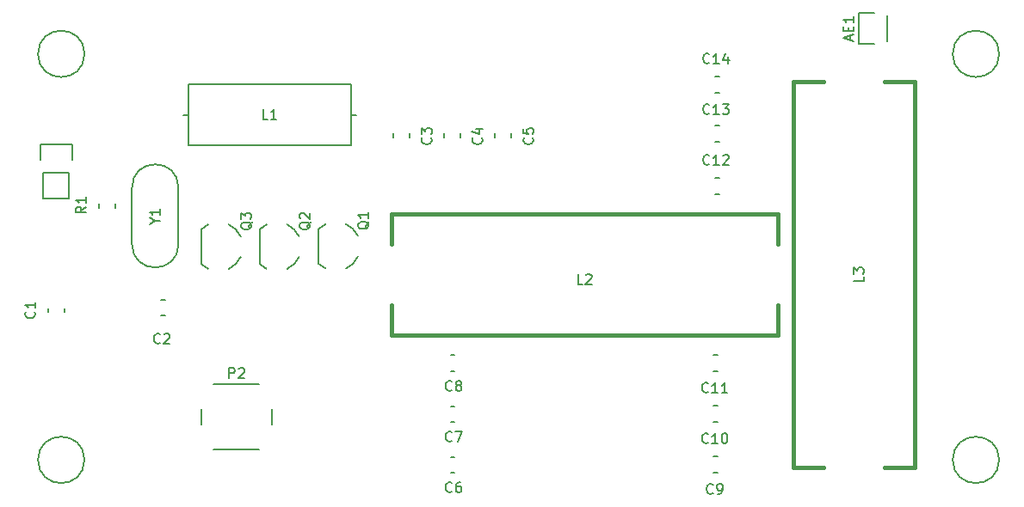
<source format=gbr>
G04 #@! TF.FileFunction,Legend,Top*
%FSLAX46Y46*%
G04 Gerber Fmt 4.6, Leading zero omitted, Abs format (unit mm)*
G04 Created by KiCad (PCBNEW 4.0.5+dfsg1-4) date Thu Mar 15 19:33:26 2018*
%MOMM*%
%LPD*%
G01*
G04 APERTURE LIST*
%ADD10C,0.100000*%
%ADD11C,0.150000*%
%ADD12C,0.410000*%
G04 APERTURE END LIST*
D10*
D11*
X57286000Y-80000000D02*
G75*
G03X57286000Y-80000000I-2286000J0D01*
G01*
X57286000Y-120000000D02*
G75*
G03X57286000Y-120000000I-2286000J0D01*
G01*
X147286000Y-120000000D02*
G75*
G03X147286000Y-120000000I-2286000J0D01*
G01*
X133450000Y-75950000D02*
X135000000Y-75950000D01*
X135000000Y-79050000D02*
X133450000Y-79050000D01*
X133450000Y-79050000D02*
X133450000Y-75950000D01*
X136270000Y-78770000D02*
X136270000Y-76230000D01*
X55770000Y-91730000D02*
X55770000Y-94270000D01*
X56050000Y-88910000D02*
X56050000Y-90460000D01*
X55770000Y-91730000D02*
X53230000Y-91730000D01*
X52950000Y-90460000D02*
X52950000Y-88910000D01*
X52950000Y-88910000D02*
X56050000Y-88910000D01*
X53230000Y-91730000D02*
X53230000Y-94270000D01*
X53230000Y-94270000D02*
X55770000Y-94270000D01*
X66536000Y-93166000D02*
G75*
G03X61964000Y-93166000I-2286000J0D01*
G01*
X61964000Y-98754000D02*
G75*
G03X66536000Y-98754000I2286000J0D01*
G01*
X66536000Y-98754000D02*
X66536000Y-93166000D01*
X61964000Y-98754000D02*
X61964000Y-93166000D01*
X83501020Y-86000000D02*
X83998860Y-86000000D01*
X67499020Y-86000000D02*
X67001180Y-86000000D01*
X67499020Y-83000260D02*
X67499020Y-88999740D01*
X67499020Y-88999740D02*
X83501020Y-88999740D01*
X83501020Y-88999740D02*
X83501020Y-83000260D01*
X83501020Y-83000260D02*
X67499020Y-83000260D01*
X147286000Y-80000000D02*
G75*
G03X147286000Y-80000000I-2286000J0D01*
G01*
X53699900Y-105250000D02*
X53699900Y-105450660D01*
X53699900Y-105250000D02*
X53699900Y-105049340D01*
X55300100Y-105150940D02*
X55300100Y-105049340D01*
X55300100Y-105049340D02*
X55300100Y-105450660D01*
X65001260Y-104199900D02*
X64800600Y-104199900D01*
X65001260Y-104199900D02*
X65201920Y-104199900D01*
X65100320Y-105800100D02*
X65201920Y-105800100D01*
X65201920Y-105800100D02*
X64800600Y-105800100D01*
X87699900Y-88001260D02*
X87699900Y-88201920D01*
X87699900Y-88001260D02*
X87699900Y-87800600D01*
X89300100Y-87902200D02*
X89300100Y-87800600D01*
X89300100Y-87800600D02*
X89300100Y-88201920D01*
X92699900Y-88001260D02*
X92699900Y-88201920D01*
X92699900Y-88001260D02*
X92699900Y-87800600D01*
X94300100Y-87902200D02*
X94300100Y-87800600D01*
X94300100Y-87800600D02*
X94300100Y-88201920D01*
X97699900Y-88001260D02*
X97699900Y-88201920D01*
X97699900Y-88001260D02*
X97699900Y-87800600D01*
X99300100Y-87902200D02*
X99300100Y-87800600D01*
X99300100Y-87800600D02*
X99300100Y-88201920D01*
X93501260Y-121300100D02*
X93701920Y-121300100D01*
X93501260Y-121300100D02*
X93300600Y-121300100D01*
X93402200Y-119699900D02*
X93300600Y-119699900D01*
X93300600Y-119699900D02*
X93701920Y-119699900D01*
X93501260Y-116300100D02*
X93701920Y-116300100D01*
X93501260Y-116300100D02*
X93300600Y-116300100D01*
X93402200Y-114699900D02*
X93300600Y-114699900D01*
X93300600Y-114699900D02*
X93701920Y-114699900D01*
X93501260Y-111300100D02*
X93701920Y-111300100D01*
X93501260Y-111300100D02*
X93300600Y-111300100D01*
X93402200Y-109699900D02*
X93300600Y-109699900D01*
X93300600Y-109699900D02*
X93701920Y-109699900D01*
X119389885Y-119627261D02*
X119189225Y-119627261D01*
X119389885Y-119627261D02*
X119590545Y-119627261D01*
X119488945Y-121227461D02*
X119590545Y-121227461D01*
X119590545Y-121227461D02*
X119189225Y-121227461D01*
X119389885Y-114627261D02*
X119189225Y-114627261D01*
X119389885Y-114627261D02*
X119590545Y-114627261D01*
X119488945Y-116227461D02*
X119590545Y-116227461D01*
X119590545Y-116227461D02*
X119189225Y-116227461D01*
X119389885Y-109627261D02*
X119189225Y-109627261D01*
X119389885Y-109627261D02*
X119590545Y-109627261D01*
X119488945Y-111227461D02*
X119590545Y-111227461D01*
X119590545Y-111227461D02*
X119189225Y-111227461D01*
X119521867Y-92199900D02*
X119321207Y-92199900D01*
X119521867Y-92199900D02*
X119722527Y-92199900D01*
X119620927Y-93800100D02*
X119722527Y-93800100D01*
X119722527Y-93800100D02*
X119321207Y-93800100D01*
X119521867Y-87025732D02*
X119321207Y-87025732D01*
X119521867Y-87025732D02*
X119722527Y-87025732D01*
X119620927Y-88625932D02*
X119722527Y-88625932D01*
X119722527Y-88625932D02*
X119321207Y-88625932D01*
X119521867Y-82199900D02*
X119321207Y-82199900D01*
X119521867Y-82199900D02*
X119722527Y-82199900D01*
X119620927Y-83800100D02*
X119722527Y-83800100D01*
X119722527Y-83800100D02*
X119321207Y-83800100D01*
X70000000Y-119000000D02*
X74500000Y-119000000D01*
X68750000Y-115000000D02*
X68750000Y-116500000D01*
X74500000Y-112500000D02*
X70000000Y-112500000D01*
X75750000Y-116500000D02*
X75750000Y-115000000D01*
X84200000Y-97960000D02*
G75*
G03X83000000Y-96760000I-2200000J-1000000D01*
G01*
X84200000Y-99959999D02*
G75*
G02X83000000Y-101160000I-2200000J999999D01*
G01*
X81003010Y-96772305D02*
G75*
G03X80300000Y-97260000I996990J-2187695D01*
G01*
X81003010Y-101147695D02*
G75*
G02X80300000Y-100660000I996990J2187695D01*
G01*
X80300000Y-97260000D02*
X80300000Y-100660000D01*
X60300100Y-95000000D02*
X60300100Y-94799340D01*
X60300100Y-95000000D02*
X60300100Y-95200660D01*
X58699900Y-95099060D02*
X58699900Y-95200660D01*
X58699900Y-95200660D02*
X58699900Y-94799340D01*
D12*
X139000000Y-82750000D02*
X136000000Y-82750000D01*
X139000000Y-120750000D02*
X139000000Y-82750000D01*
X136000000Y-120750000D02*
X139000000Y-120750000D01*
X127000000Y-120750000D02*
X130000000Y-120750000D01*
X127000000Y-82750000D02*
X127000000Y-120750000D01*
X130000000Y-82750000D02*
X127000000Y-82750000D01*
X125500000Y-107750000D02*
X125500000Y-104750000D01*
X87500000Y-107750000D02*
X125500000Y-107750000D01*
X87500000Y-104750000D02*
X87500000Y-107750000D01*
X87500000Y-95750000D02*
X87500000Y-98750000D01*
X125500000Y-95750000D02*
X87500000Y-95750000D01*
X125500000Y-98750000D02*
X125500000Y-95750000D01*
D11*
X78410000Y-98000000D02*
G75*
G03X77210000Y-96800000I-2200000J-1000000D01*
G01*
X78410000Y-99999999D02*
G75*
G02X77210000Y-101200000I-2200000J999999D01*
G01*
X75213010Y-96812305D02*
G75*
G03X74510000Y-97300000I996990J-2187695D01*
G01*
X75213010Y-101187695D02*
G75*
G02X74510000Y-100700000I996990J2187695D01*
G01*
X74510000Y-97300000D02*
X74510000Y-100700000D01*
X72660000Y-98000000D02*
G75*
G03X71460000Y-96800000I-2200000J-1000000D01*
G01*
X72660000Y-99999999D02*
G75*
G02X71460000Y-101200000I-2200000J999999D01*
G01*
X69463010Y-96812305D02*
G75*
G03X68760000Y-97300000I996990J-2187695D01*
G01*
X69463010Y-101187695D02*
G75*
G02X68760000Y-100700000I996990J2187695D01*
G01*
X68760000Y-97300000D02*
X68760000Y-100700000D01*
X132666667Y-78666667D02*
X132666667Y-78190476D01*
X132952381Y-78761905D02*
X131952381Y-78428572D01*
X132952381Y-78095238D01*
X132428571Y-77761905D02*
X132428571Y-77428571D01*
X132952381Y-77285714D02*
X132952381Y-77761905D01*
X131952381Y-77761905D01*
X131952381Y-77285714D01*
X132952381Y-76333333D02*
X132952381Y-76904762D01*
X132952381Y-76619048D02*
X131952381Y-76619048D01*
X132095238Y-76714286D01*
X132190476Y-76809524D01*
X132238095Y-76904762D01*
X64226190Y-96476191D02*
X64702381Y-96476191D01*
X63702381Y-96809524D02*
X64226190Y-96476191D01*
X63702381Y-96142857D01*
X64702381Y-95285714D02*
X64702381Y-95857143D01*
X64702381Y-95571429D02*
X63702381Y-95571429D01*
X63845238Y-95666667D01*
X63940476Y-95761905D01*
X63988095Y-95857143D01*
X75333354Y-86452381D02*
X74857163Y-86452381D01*
X74857163Y-85452381D01*
X76190497Y-86452381D02*
X75619068Y-86452381D01*
X75904782Y-86452381D02*
X75904782Y-85452381D01*
X75809544Y-85595238D01*
X75714306Y-85690476D01*
X75619068Y-85738095D01*
X52357143Y-105417926D02*
X52404762Y-105465545D01*
X52452381Y-105608402D01*
X52452381Y-105703640D01*
X52404762Y-105846498D01*
X52309524Y-105941736D01*
X52214286Y-105989355D01*
X52023810Y-106036974D01*
X51880952Y-106036974D01*
X51690476Y-105989355D01*
X51595238Y-105941736D01*
X51500000Y-105846498D01*
X51452381Y-105703640D01*
X51452381Y-105608402D01*
X51500000Y-105465545D01*
X51547619Y-105417926D01*
X52452381Y-104465545D02*
X52452381Y-105036974D01*
X52452381Y-104751260D02*
X51452381Y-104751260D01*
X51595238Y-104846498D01*
X51690476Y-104941736D01*
X51738095Y-105036974D01*
X64735534Y-108455943D02*
X64687915Y-108503562D01*
X64545058Y-108551181D01*
X64449820Y-108551181D01*
X64306962Y-108503562D01*
X64211724Y-108408324D01*
X64164105Y-108313086D01*
X64116486Y-108122610D01*
X64116486Y-107979752D01*
X64164105Y-107789276D01*
X64211724Y-107694038D01*
X64306962Y-107598800D01*
X64449820Y-107551181D01*
X64545058Y-107551181D01*
X64687915Y-107598800D01*
X64735534Y-107646419D01*
X65116486Y-107646419D02*
X65164105Y-107598800D01*
X65259343Y-107551181D01*
X65497439Y-107551181D01*
X65592677Y-107598800D01*
X65640296Y-107646419D01*
X65687915Y-107741657D01*
X65687915Y-107836895D01*
X65640296Y-107979752D01*
X65068867Y-108551181D01*
X65687915Y-108551181D01*
X91357143Y-88266986D02*
X91404762Y-88314605D01*
X91452381Y-88457462D01*
X91452381Y-88552700D01*
X91404762Y-88695558D01*
X91309524Y-88790796D01*
X91214286Y-88838415D01*
X91023810Y-88886034D01*
X90880952Y-88886034D01*
X90690476Y-88838415D01*
X90595238Y-88790796D01*
X90500000Y-88695558D01*
X90452381Y-88552700D01*
X90452381Y-88457462D01*
X90500000Y-88314605D01*
X90547619Y-88266986D01*
X90452381Y-87933653D02*
X90452381Y-87314605D01*
X90833333Y-87647939D01*
X90833333Y-87505081D01*
X90880952Y-87409843D01*
X90928571Y-87362224D01*
X91023810Y-87314605D01*
X91261905Y-87314605D01*
X91357143Y-87362224D01*
X91404762Y-87409843D01*
X91452381Y-87505081D01*
X91452381Y-87790796D01*
X91404762Y-87886034D01*
X91357143Y-87933653D01*
X96357143Y-88266986D02*
X96404762Y-88314605D01*
X96452381Y-88457462D01*
X96452381Y-88552700D01*
X96404762Y-88695558D01*
X96309524Y-88790796D01*
X96214286Y-88838415D01*
X96023810Y-88886034D01*
X95880952Y-88886034D01*
X95690476Y-88838415D01*
X95595238Y-88790796D01*
X95500000Y-88695558D01*
X95452381Y-88552700D01*
X95452381Y-88457462D01*
X95500000Y-88314605D01*
X95547619Y-88266986D01*
X95785714Y-87409843D02*
X96452381Y-87409843D01*
X95404762Y-87647939D02*
X96119048Y-87886034D01*
X96119048Y-87266986D01*
X101357143Y-88266986D02*
X101404762Y-88314605D01*
X101452381Y-88457462D01*
X101452381Y-88552700D01*
X101404762Y-88695558D01*
X101309524Y-88790796D01*
X101214286Y-88838415D01*
X101023810Y-88886034D01*
X100880952Y-88886034D01*
X100690476Y-88838415D01*
X100595238Y-88790796D01*
X100500000Y-88695558D01*
X100452381Y-88552700D01*
X100452381Y-88457462D01*
X100500000Y-88314605D01*
X100547619Y-88266986D01*
X100452381Y-87362224D02*
X100452381Y-87838415D01*
X100928571Y-87886034D01*
X100880952Y-87838415D01*
X100833333Y-87743177D01*
X100833333Y-87505081D01*
X100880952Y-87409843D01*
X100928571Y-87362224D01*
X101023810Y-87314605D01*
X101261905Y-87314605D01*
X101357143Y-87362224D01*
X101404762Y-87409843D01*
X101452381Y-87505081D01*
X101452381Y-87743177D01*
X101404762Y-87838415D01*
X101357143Y-87886034D01*
X93433654Y-123107143D02*
X93386035Y-123154762D01*
X93243178Y-123202381D01*
X93147940Y-123202381D01*
X93005082Y-123154762D01*
X92909844Y-123059524D01*
X92862225Y-122964286D01*
X92814606Y-122773810D01*
X92814606Y-122630952D01*
X92862225Y-122440476D01*
X92909844Y-122345238D01*
X93005082Y-122250000D01*
X93147940Y-122202381D01*
X93243178Y-122202381D01*
X93386035Y-122250000D01*
X93433654Y-122297619D01*
X94290797Y-122202381D02*
X94100320Y-122202381D01*
X94005082Y-122250000D01*
X93957463Y-122297619D01*
X93862225Y-122440476D01*
X93814606Y-122630952D01*
X93814606Y-123011905D01*
X93862225Y-123107143D01*
X93909844Y-123154762D01*
X94005082Y-123202381D01*
X94195559Y-123202381D01*
X94290797Y-123154762D01*
X94338416Y-123107143D01*
X94386035Y-123011905D01*
X94386035Y-122773810D01*
X94338416Y-122678571D01*
X94290797Y-122630952D01*
X94195559Y-122583333D01*
X94005082Y-122583333D01*
X93909844Y-122630952D01*
X93862225Y-122678571D01*
X93814606Y-122773810D01*
X93433654Y-118107143D02*
X93386035Y-118154762D01*
X93243178Y-118202381D01*
X93147940Y-118202381D01*
X93005082Y-118154762D01*
X92909844Y-118059524D01*
X92862225Y-117964286D01*
X92814606Y-117773810D01*
X92814606Y-117630952D01*
X92862225Y-117440476D01*
X92909844Y-117345238D01*
X93005082Y-117250000D01*
X93147940Y-117202381D01*
X93243178Y-117202381D01*
X93386035Y-117250000D01*
X93433654Y-117297619D01*
X93766987Y-117202381D02*
X94433654Y-117202381D01*
X94005082Y-118202381D01*
X93433654Y-113107143D02*
X93386035Y-113154762D01*
X93243178Y-113202381D01*
X93147940Y-113202381D01*
X93005082Y-113154762D01*
X92909844Y-113059524D01*
X92862225Y-112964286D01*
X92814606Y-112773810D01*
X92814606Y-112630952D01*
X92862225Y-112440476D01*
X92909844Y-112345238D01*
X93005082Y-112250000D01*
X93147940Y-112202381D01*
X93243178Y-112202381D01*
X93386035Y-112250000D01*
X93433654Y-112297619D01*
X94005082Y-112630952D02*
X93909844Y-112583333D01*
X93862225Y-112535714D01*
X93814606Y-112440476D01*
X93814606Y-112392857D01*
X93862225Y-112297619D01*
X93909844Y-112250000D01*
X94005082Y-112202381D01*
X94195559Y-112202381D01*
X94290797Y-112250000D01*
X94338416Y-112297619D01*
X94386035Y-112392857D01*
X94386035Y-112440476D01*
X94338416Y-112535714D01*
X94290797Y-112583333D01*
X94195559Y-112630952D01*
X94005082Y-112630952D01*
X93909844Y-112678571D01*
X93862225Y-112726190D01*
X93814606Y-112821429D01*
X93814606Y-113011905D01*
X93862225Y-113107143D01*
X93909844Y-113154762D01*
X94005082Y-113202381D01*
X94195559Y-113202381D01*
X94290797Y-113154762D01*
X94338416Y-113107143D01*
X94386035Y-113011905D01*
X94386035Y-112821429D01*
X94338416Y-112726190D01*
X94290797Y-112678571D01*
X94195559Y-112630952D01*
X119124159Y-123284504D02*
X119076540Y-123332123D01*
X118933683Y-123379742D01*
X118838445Y-123379742D01*
X118695587Y-123332123D01*
X118600349Y-123236885D01*
X118552730Y-123141647D01*
X118505111Y-122951171D01*
X118505111Y-122808313D01*
X118552730Y-122617837D01*
X118600349Y-122522599D01*
X118695587Y-122427361D01*
X118838445Y-122379742D01*
X118933683Y-122379742D01*
X119076540Y-122427361D01*
X119124159Y-122474980D01*
X119600349Y-123379742D02*
X119790825Y-123379742D01*
X119886064Y-123332123D01*
X119933683Y-123284504D01*
X120028921Y-123141647D01*
X120076540Y-122951171D01*
X120076540Y-122570218D01*
X120028921Y-122474980D01*
X119981302Y-122427361D01*
X119886064Y-122379742D01*
X119695587Y-122379742D01*
X119600349Y-122427361D01*
X119552730Y-122474980D01*
X119505111Y-122570218D01*
X119505111Y-122808313D01*
X119552730Y-122903551D01*
X119600349Y-122951171D01*
X119695587Y-122998790D01*
X119886064Y-122998790D01*
X119981302Y-122951171D01*
X120028921Y-122903551D01*
X120076540Y-122808313D01*
X118647968Y-118284504D02*
X118600349Y-118332123D01*
X118457492Y-118379742D01*
X118362254Y-118379742D01*
X118219396Y-118332123D01*
X118124158Y-118236885D01*
X118076539Y-118141647D01*
X118028920Y-117951171D01*
X118028920Y-117808313D01*
X118076539Y-117617837D01*
X118124158Y-117522599D01*
X118219396Y-117427361D01*
X118362254Y-117379742D01*
X118457492Y-117379742D01*
X118600349Y-117427361D01*
X118647968Y-117474980D01*
X119600349Y-118379742D02*
X119028920Y-118379742D01*
X119314634Y-118379742D02*
X119314634Y-117379742D01*
X119219396Y-117522599D01*
X119124158Y-117617837D01*
X119028920Y-117665456D01*
X120219396Y-117379742D02*
X120314635Y-117379742D01*
X120409873Y-117427361D01*
X120457492Y-117474980D01*
X120505111Y-117570218D01*
X120552730Y-117760694D01*
X120552730Y-117998790D01*
X120505111Y-118189266D01*
X120457492Y-118284504D01*
X120409873Y-118332123D01*
X120314635Y-118379742D01*
X120219396Y-118379742D01*
X120124158Y-118332123D01*
X120076539Y-118284504D01*
X120028920Y-118189266D01*
X119981301Y-117998790D01*
X119981301Y-117760694D01*
X120028920Y-117570218D01*
X120076539Y-117474980D01*
X120124158Y-117427361D01*
X120219396Y-117379742D01*
X118647968Y-113284504D02*
X118600349Y-113332123D01*
X118457492Y-113379742D01*
X118362254Y-113379742D01*
X118219396Y-113332123D01*
X118124158Y-113236885D01*
X118076539Y-113141647D01*
X118028920Y-112951171D01*
X118028920Y-112808313D01*
X118076539Y-112617837D01*
X118124158Y-112522599D01*
X118219396Y-112427361D01*
X118362254Y-112379742D01*
X118457492Y-112379742D01*
X118600349Y-112427361D01*
X118647968Y-112474980D01*
X119600349Y-113379742D02*
X119028920Y-113379742D01*
X119314634Y-113379742D02*
X119314634Y-112379742D01*
X119219396Y-112522599D01*
X119124158Y-112617837D01*
X119028920Y-112665456D01*
X120552730Y-113379742D02*
X119981301Y-113379742D01*
X120267015Y-113379742D02*
X120267015Y-112379742D01*
X120171777Y-112522599D01*
X120076539Y-112617837D01*
X119981301Y-112665456D01*
X118779950Y-90857143D02*
X118732331Y-90904762D01*
X118589474Y-90952381D01*
X118494236Y-90952381D01*
X118351378Y-90904762D01*
X118256140Y-90809524D01*
X118208521Y-90714286D01*
X118160902Y-90523810D01*
X118160902Y-90380952D01*
X118208521Y-90190476D01*
X118256140Y-90095238D01*
X118351378Y-90000000D01*
X118494236Y-89952381D01*
X118589474Y-89952381D01*
X118732331Y-90000000D01*
X118779950Y-90047619D01*
X119732331Y-90952381D02*
X119160902Y-90952381D01*
X119446616Y-90952381D02*
X119446616Y-89952381D01*
X119351378Y-90095238D01*
X119256140Y-90190476D01*
X119160902Y-90238095D01*
X120113283Y-90047619D02*
X120160902Y-90000000D01*
X120256140Y-89952381D01*
X120494236Y-89952381D01*
X120589474Y-90000000D01*
X120637093Y-90047619D01*
X120684712Y-90142857D01*
X120684712Y-90238095D01*
X120637093Y-90380952D01*
X120065664Y-90952381D01*
X120684712Y-90952381D01*
X118779950Y-85857143D02*
X118732331Y-85904762D01*
X118589474Y-85952381D01*
X118494236Y-85952381D01*
X118351378Y-85904762D01*
X118256140Y-85809524D01*
X118208521Y-85714286D01*
X118160902Y-85523810D01*
X118160902Y-85380952D01*
X118208521Y-85190476D01*
X118256140Y-85095238D01*
X118351378Y-85000000D01*
X118494236Y-84952381D01*
X118589474Y-84952381D01*
X118732331Y-85000000D01*
X118779950Y-85047619D01*
X119732331Y-85952381D02*
X119160902Y-85952381D01*
X119446616Y-85952381D02*
X119446616Y-84952381D01*
X119351378Y-85095238D01*
X119256140Y-85190476D01*
X119160902Y-85238095D01*
X120065664Y-84952381D02*
X120684712Y-84952381D01*
X120351378Y-85333333D01*
X120494236Y-85333333D01*
X120589474Y-85380952D01*
X120637093Y-85428571D01*
X120684712Y-85523810D01*
X120684712Y-85761905D01*
X120637093Y-85857143D01*
X120589474Y-85904762D01*
X120494236Y-85952381D01*
X120208521Y-85952381D01*
X120113283Y-85904762D01*
X120065664Y-85857143D01*
X118779950Y-80857143D02*
X118732331Y-80904762D01*
X118589474Y-80952381D01*
X118494236Y-80952381D01*
X118351378Y-80904762D01*
X118256140Y-80809524D01*
X118208521Y-80714286D01*
X118160902Y-80523810D01*
X118160902Y-80380952D01*
X118208521Y-80190476D01*
X118256140Y-80095238D01*
X118351378Y-80000000D01*
X118494236Y-79952381D01*
X118589474Y-79952381D01*
X118732331Y-80000000D01*
X118779950Y-80047619D01*
X119732331Y-80952381D02*
X119160902Y-80952381D01*
X119446616Y-80952381D02*
X119446616Y-79952381D01*
X119351378Y-80095238D01*
X119256140Y-80190476D01*
X119160902Y-80238095D01*
X120589474Y-80285714D02*
X120589474Y-80952381D01*
X120351378Y-79904762D02*
X120113283Y-80619048D01*
X120732331Y-80619048D01*
X71511905Y-111952381D02*
X71511905Y-110952381D01*
X71892858Y-110952381D01*
X71988096Y-111000000D01*
X72035715Y-111047619D01*
X72083334Y-111142857D01*
X72083334Y-111285714D01*
X72035715Y-111380952D01*
X71988096Y-111428571D01*
X71892858Y-111476190D01*
X71511905Y-111476190D01*
X72464286Y-111047619D02*
X72511905Y-111000000D01*
X72607143Y-110952381D01*
X72845239Y-110952381D01*
X72940477Y-111000000D01*
X72988096Y-111047619D01*
X73035715Y-111142857D01*
X73035715Y-111238095D01*
X72988096Y-111380952D01*
X72416667Y-111952381D01*
X73035715Y-111952381D01*
X85297619Y-96515238D02*
X85250000Y-96610476D01*
X85154762Y-96705714D01*
X85011905Y-96848571D01*
X84964286Y-96943810D01*
X84964286Y-97039048D01*
X85202381Y-96991429D02*
X85154762Y-97086667D01*
X85059524Y-97181905D01*
X84869048Y-97229524D01*
X84535714Y-97229524D01*
X84345238Y-97181905D01*
X84250000Y-97086667D01*
X84202381Y-96991429D01*
X84202381Y-96800952D01*
X84250000Y-96705714D01*
X84345238Y-96610476D01*
X84535714Y-96562857D01*
X84869048Y-96562857D01*
X85059524Y-96610476D01*
X85154762Y-96705714D01*
X85202381Y-96800952D01*
X85202381Y-96991429D01*
X85202381Y-95610476D02*
X85202381Y-96181905D01*
X85202381Y-95896191D02*
X84202381Y-95896191D01*
X84345238Y-95991429D01*
X84440476Y-96086667D01*
X84488095Y-96181905D01*
X57452381Y-95067606D02*
X56976190Y-95400940D01*
X57452381Y-95639035D02*
X56452381Y-95639035D01*
X56452381Y-95258082D01*
X56500000Y-95162844D01*
X56547619Y-95115225D01*
X56642857Y-95067606D01*
X56785714Y-95067606D01*
X56880952Y-95115225D01*
X56928571Y-95162844D01*
X56976190Y-95258082D01*
X56976190Y-95639035D01*
X57452381Y-94115225D02*
X57452381Y-94686654D01*
X57452381Y-94400940D02*
X56452381Y-94400940D01*
X56595238Y-94496178D01*
X56690476Y-94591416D01*
X56738095Y-94686654D01*
X133952381Y-101916666D02*
X133952381Y-102392857D01*
X132952381Y-102392857D01*
X132952381Y-101678571D02*
X132952381Y-101059523D01*
X133333333Y-101392857D01*
X133333333Y-101249999D01*
X133380952Y-101154761D01*
X133428571Y-101107142D01*
X133523810Y-101059523D01*
X133761905Y-101059523D01*
X133857143Y-101107142D01*
X133904762Y-101154761D01*
X133952381Y-101249999D01*
X133952381Y-101535714D01*
X133904762Y-101630952D01*
X133857143Y-101678571D01*
X106333334Y-102702381D02*
X105857143Y-102702381D01*
X105857143Y-101702381D01*
X106619048Y-101797619D02*
X106666667Y-101750000D01*
X106761905Y-101702381D01*
X107000001Y-101702381D01*
X107095239Y-101750000D01*
X107142858Y-101797619D01*
X107190477Y-101892857D01*
X107190477Y-101988095D01*
X107142858Y-102130952D01*
X106571429Y-102702381D01*
X107190477Y-102702381D01*
X79547619Y-96555238D02*
X79500000Y-96650476D01*
X79404762Y-96745714D01*
X79261905Y-96888571D01*
X79214286Y-96983810D01*
X79214286Y-97079048D01*
X79452381Y-97031429D02*
X79404762Y-97126667D01*
X79309524Y-97221905D01*
X79119048Y-97269524D01*
X78785714Y-97269524D01*
X78595238Y-97221905D01*
X78500000Y-97126667D01*
X78452381Y-97031429D01*
X78452381Y-96840952D01*
X78500000Y-96745714D01*
X78595238Y-96650476D01*
X78785714Y-96602857D01*
X79119048Y-96602857D01*
X79309524Y-96650476D01*
X79404762Y-96745714D01*
X79452381Y-96840952D01*
X79452381Y-97031429D01*
X78547619Y-96221905D02*
X78500000Y-96174286D01*
X78452381Y-96079048D01*
X78452381Y-95840952D01*
X78500000Y-95745714D01*
X78547619Y-95698095D01*
X78642857Y-95650476D01*
X78738095Y-95650476D01*
X78880952Y-95698095D01*
X79452381Y-96269524D01*
X79452381Y-95650476D01*
X73797619Y-96555238D02*
X73750000Y-96650476D01*
X73654762Y-96745714D01*
X73511905Y-96888571D01*
X73464286Y-96983810D01*
X73464286Y-97079048D01*
X73702381Y-97031429D02*
X73654762Y-97126667D01*
X73559524Y-97221905D01*
X73369048Y-97269524D01*
X73035714Y-97269524D01*
X72845238Y-97221905D01*
X72750000Y-97126667D01*
X72702381Y-97031429D01*
X72702381Y-96840952D01*
X72750000Y-96745714D01*
X72845238Y-96650476D01*
X73035714Y-96602857D01*
X73369048Y-96602857D01*
X73559524Y-96650476D01*
X73654762Y-96745714D01*
X73702381Y-96840952D01*
X73702381Y-97031429D01*
X72702381Y-96269524D02*
X72702381Y-95650476D01*
X73083333Y-95983810D01*
X73083333Y-95840952D01*
X73130952Y-95745714D01*
X73178571Y-95698095D01*
X73273810Y-95650476D01*
X73511905Y-95650476D01*
X73607143Y-95698095D01*
X73654762Y-95745714D01*
X73702381Y-95840952D01*
X73702381Y-96126667D01*
X73654762Y-96221905D01*
X73607143Y-96269524D01*
M02*

</source>
